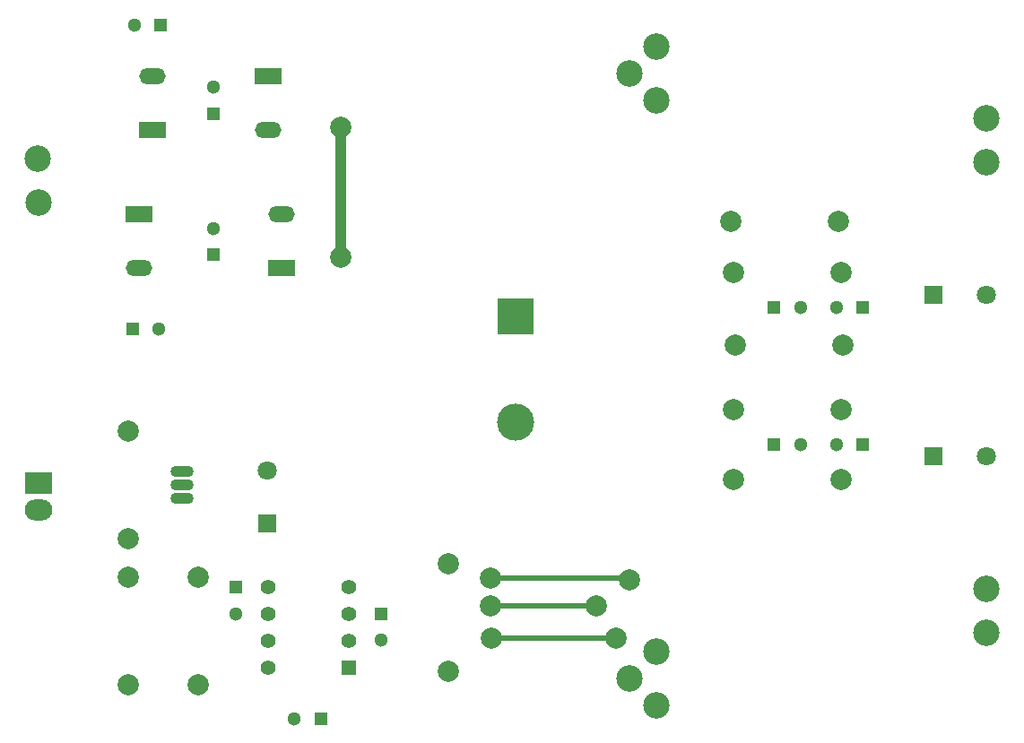
<source format=gbr>
G04 #@! TF.FileFunction,Copper,L1,Top,Signal*
%FSLAX46Y46*%
G04 Gerber Fmt 4.6, Leading zero omitted, Abs format (unit mm)*
G04 Created by KiCad (PCBNEW 4.0.7) date 04/22/18 21:18:39*
%MOMM*%
%LPD*%
G01*
G04 APERTURE LIST*
%ADD10C,0.100000*%
%ADD11R,1.300000X1.300000*%
%ADD12C,1.300000*%
%ADD13R,1.800000X1.800000*%
%ADD14C,1.800000*%
%ADD15R,3.500000X3.500000*%
%ADD16C,3.500000*%
%ADD17R,2.499360X1.501140*%
%ADD18O,2.499360X1.501140*%
%ADD19O,2.200000X1.100000*%
%ADD20C,2.499360*%
%ADD21C,1.998980*%
%ADD22R,1.397000X1.397000*%
%ADD23C,1.397000*%
%ADD24R,2.600000X2.000000*%
%ADD25O,2.600000X2.000000*%
%ADD26C,2.000000*%
%ADD27C,1.000000*%
%ADD28C,0.500000*%
G04 APERTURE END LIST*
D10*
D11*
X97155000Y-100584000D03*
D12*
X97155000Y-103084000D03*
D11*
X73660000Y-73660000D03*
D12*
X76160000Y-73660000D03*
D11*
X76327000Y-44958000D03*
D12*
X73827000Y-44958000D03*
D13*
X86360000Y-92035000D03*
D14*
X86360000Y-87035000D03*
D11*
X91440000Y-110490000D03*
D12*
X88940000Y-110490000D03*
D11*
X83439000Y-98084000D03*
D12*
X83439000Y-100584000D03*
D11*
X81280000Y-66675000D03*
D12*
X81280000Y-64175000D03*
D11*
X81280000Y-53340000D03*
D12*
X81280000Y-50840000D03*
D15*
X109855000Y-72470000D03*
D16*
X109855000Y-82470000D03*
D13*
X149265000Y-70485000D03*
D14*
X154265000Y-70485000D03*
D13*
X149265000Y-85725000D03*
D14*
X154265000Y-85725000D03*
D11*
X134239000Y-71628000D03*
D12*
X136739000Y-71628000D03*
D11*
X134239000Y-84582000D03*
D12*
X136739000Y-84582000D03*
D11*
X142621000Y-71628000D03*
D12*
X140121000Y-71628000D03*
D11*
X142621000Y-84582000D03*
D12*
X140121000Y-84582000D03*
D17*
X87757000Y-67945000D03*
D18*
X87757000Y-62865000D03*
D17*
X86487000Y-49784000D03*
D18*
X86487000Y-54864000D03*
D17*
X74295000Y-62865000D03*
D18*
X74295000Y-67945000D03*
D17*
X75565000Y-54864000D03*
D18*
X75565000Y-49784000D03*
D19*
X78359000Y-87122000D03*
X78359000Y-88392000D03*
X78359000Y-89662000D03*
D20*
X64770000Y-61760100D03*
X64759840Y-57619900D03*
X154305000Y-53809900D03*
X154315160Y-57950100D03*
X154305000Y-102400100D03*
X154294840Y-98259900D03*
D21*
X73279000Y-93472000D03*
X73279000Y-83312000D03*
X103505000Y-95885000D03*
X103505000Y-106045000D03*
X79883000Y-97155000D03*
X79883000Y-107315000D03*
X140335000Y-63500000D03*
X130175000Y-63500000D03*
X73279000Y-107315000D03*
X73279000Y-97155000D03*
X130429000Y-68326000D03*
X140589000Y-68326000D03*
X140716000Y-75184000D03*
X130556000Y-75184000D03*
X130429000Y-87884000D03*
X140589000Y-87884000D03*
X140589000Y-81280000D03*
X130429000Y-81280000D03*
D22*
X94107000Y-105664000D03*
D23*
X94107000Y-103124000D03*
X94107000Y-100584000D03*
X94107000Y-98044000D03*
X86487000Y-98044000D03*
X86487000Y-100584000D03*
X86487000Y-103124000D03*
X86487000Y-105664000D03*
D20*
X123113800Y-109220000D03*
X123113800Y-104140000D03*
X120573800Y-106680000D03*
X123113800Y-52070000D03*
X123113800Y-46990000D03*
X120573800Y-49530000D03*
D24*
X64770000Y-88265000D03*
D25*
X64770000Y-90805000D03*
D26*
X93332791Y-66928412D03*
X93345000Y-54610000D03*
X120587708Y-97387582D03*
X107447073Y-97274069D03*
X119349782Y-102905628D03*
X107590311Y-102868765D03*
X117508055Y-99830824D03*
X107480277Y-99864027D03*
D27*
X93345000Y-54610000D02*
X93345000Y-66916203D01*
X93345000Y-66916203D02*
X93332791Y-66928412D01*
D28*
X107447073Y-97274069D02*
X120474195Y-97274069D01*
X120474195Y-97274069D02*
X120587708Y-97387582D01*
X119312919Y-102868765D02*
X119349782Y-102905628D01*
X107590311Y-102868765D02*
X119312919Y-102868765D01*
X117474852Y-99864027D02*
X117508055Y-99830824D01*
X107480277Y-99864027D02*
X117474852Y-99864027D01*
M02*

</source>
